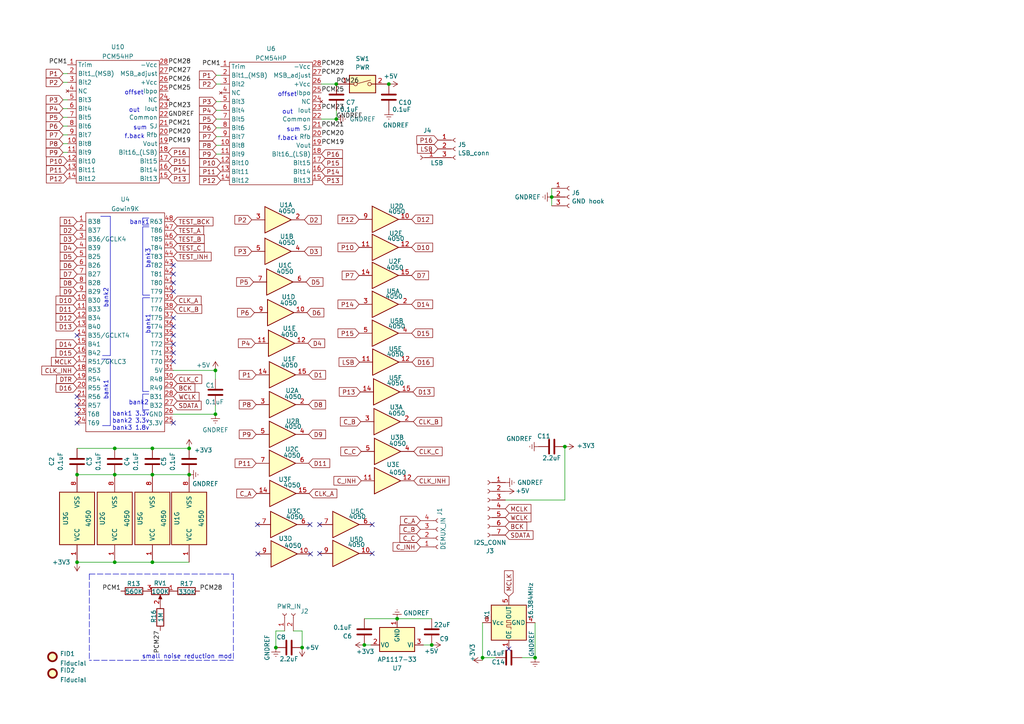
<source format=kicad_sch>
(kicad_sch (version 20250114) (generator "eeschema") (generator_version "9.0")
  (paper "A4")
  (title_block (title "MT32-DIT") (rev "0.3") (company "Victor A. Sergeev"))
  (lib_symbols
    (symbol "4xxx:4050" (pin_names (offset 1.016))
      (property "Reference" "U" (at 0 1.27 0))
      (property "Value" "4050" (at 0 -1.27 0))
      (symbol "4050_1_0"
        (pin input line (at -7.62 0 0) (length 3.81) (name "~") (number "3"))
        (pin output line (at 7.62 0 180) (length 3.81) (name "~") (number "2"))
      )
      (symbol "4050_2_0"
        (pin input line (at -7.62 0 0) (length 3.81) (name "~") (number "5"))
        (pin output line (at 7.62 0 180) (length 3.81) (name "~") (number "4"))
      )
      (symbol "4050_3_0"
        (pin input line (at -7.62 0 0) (length 3.81) (name "~") (number "7"))
        (pin output line (at 7.62 0 180) (length 3.81) (name "~") (number "6"))
      )
      (symbol "4050_4_0"
        (pin input line (at -7.62 0 0) (length 3.81) (name "~") (number "9"))
        (pin output line (at 7.62 0 180) (length 3.81) (name "~") (number "10"))
      )
      (symbol "4050_5_0"
        (pin input line (at -7.62 0 0) (length 3.81) (name "~") (number "11"))
        (pin output line (at 7.62 0 180) (length 3.81) (name "~") (number "12"))
      )
      (symbol "4050_6_0"
        (pin input line (at -7.62 0 0) (length 3.81) (name "~") (number "14"))
        (pin output line (at 7.62 0 180) (length 3.81) (name "~") (number "15"))
      )
      (symbol "4050_7_0"
        (pin power_in line (at 0 12.7 270) (length 5.08) (name "VCC") (number "1"))
        (pin power_in line (at 0 -12.7 90) (length 5.08) (name "VSS") (number "8"))
      )
    )
    (symbol "Connector:Conn_01x01_Socket" (pin_names (offset 1.016) (hide yes))
      (property "Reference" "J" (at 0 2.54 0))
      (property "Value" "Conn_01x01_Socket" (at 0 -2.54 0))
      (symbol "Conn_01x01_Socket_1_1"
        (pin passive line (at -5.08 0 0) (length 3.81) (name "Pin_1") (number "1"))
      )
    )
    (symbol "Connector:Conn_01x02_Female" (pin_names (offset 1.016) (hide yes))
      (property "Reference" "J" (at 0 2.54 0))
      (property "Value" "Conn_01x02_Female" (at 0 -5.08 0))
      (symbol "Conn_01x02_Female_1_1"
        (pin passive line (at -5.08 0 0) (length 3.81) (name "Pin_1") (number "1"))
        (pin passive line (at -5.08 -2.54 0) (length 3.81) (name "Pin_2") (number "2"))
      )
    )
    (symbol "Connector:Conn_01x03_Socket" (pin_names (offset 1.016) (hide yes))
      (property "Reference" "J" (at 0 5.08 0))
      (property "Value" "Conn_01x03_Socket" (at 0 -5.08 0))
      (symbol "Conn_01x03_Socket_1_1"
        (pin passive line (at -5.08 2.54 0) (length 3.81) (name "Pin_1") (number "1"))
        (pin passive line (at -5.08 0 0) (length 3.81) (name "Pin_2") (number "2"))
        (pin passive line (at -5.08 -2.54 0) (length 3.81) (name "Pin_3") (number "3"))
      )
    )
    (symbol "Connector:Conn_01x04_Female" (pin_names (offset 1.016) (hide yes))
      (property "Reference" "J" (at 0 5.08 0))
      (property "Value" "Conn_01x04_Female" (at 0 -7.62 0))
      (symbol "Conn_01x04_Female_1_1"
        (pin passive line (at -5.08 2.54 0) (length 3.81) (name "Pin_1") (number "1"))
        (pin passive line (at -5.08 0 0) (length 3.81) (name "Pin_2") (number "2"))
        (pin passive line (at -5.08 -2.54 0) (length 3.81) (name "Pin_3") (number "3"))
        (pin passive line (at -5.08 -5.08 0) (length 3.81) (name "Pin_4") (number "4"))
      )
    )
    (symbol "Connector:Conn_01x07_Socket" (pin_names (offset 1.016) (hide yes))
      (property "Reference" "J" (at 0 10.16 0))
      (property "Value" "Conn_01x07_Socket" (at 0 -10.16 0))
      (symbol "Conn_01x07_Socket_1_1"
        (pin passive line (at -5.08 7.62 0) (length 3.81) (name "Pin_1") (number "1"))
        (pin passive line (at -5.08 5.08 0) (length 3.81) (name "Pin_2") (number "2"))
        (pin passive line (at -5.08 2.54 0) (length 3.81) (name "Pin_3") (number "3"))
        (pin passive line (at -5.08 0 0) (length 3.81) (name "Pin_4") (number "4"))
        (pin passive line (at -5.08 -2.54 0) (length 3.81) (name "Pin_5") (number "5"))
        (pin passive line (at -5.08 -5.08 0) (length 3.81) (name "Pin_6") (number "6"))
        (pin passive line (at -5.08 -7.62 0) (length 3.81) (name "Pin_7") (number "7"))
      )
    )
    (symbol "Device:C" (pin_numbers (hide yes)) (pin_names (offset 0.254))
      (property "Reference" "C" (at 0.635 2.54 0))
      (property "Value" "C" (at 0.635 -2.54 0))
      (symbol "C_1_1"
        (pin passive line (at 0 3.81 270) (length 2.794) (name "~") (number "1"))
        (pin passive line (at 0 -3.81 90) (length 2.794) (name "~") (number "2"))
      )
    )
    (symbol "Device:R" (pin_numbers (hide yes)) (pin_names (offset 0))
      (property "Reference" "R" (at 2.032 0 90))
      (property "Value" "R" (at 0 0 90))
      (symbol "R_1_1"
        (pin passive line (at 0 3.81 270) (length 1.27) (name "~") (number "1"))
        (pin passive line (at 0 -3.81 90) (length 1.27) (name "~") (number "2"))
      )
    )
    (symbol "Device:R_Potentiometer" (pin_names (offset 1.016) (hide yes))
      (property "Reference" "RV" (at -4.445 0 90))
      (property "Value" "R_Potentiometer" (at -2.54 0 90))
      (symbol "R_Potentiometer_1_1"
        (pin passive line (at 0 3.81 270) (length 1.27) (name "1") (number "1"))
        (pin passive line (at 0 -3.81 90) (length 1.27) (name "3") (number "3"))
        (pin passive line (at 3.81 0 180) (length 1.27) (name "2") (number "2"))
      )
    )
    (symbol "GNDREF_1" (power) (pin_numbers (hide yes)) (pin_names (offset 0) (hide yes))
      (property "Value" "GNDREF" (at 0 -3.81 0))
      (symbol "GNDREF_1_1_1"
        (pin power_in line (at 0 0 270) (length 0) (name "~") (number "1"))
      )
    )
    (symbol "Mechanical:Fiducial"
      (property "Reference" "FID" (at 0 5.08 0))
      (property "Value" "Fiducial" (at 0 3.175 0))
    )
    (symbol "Oscillator:SG-531" (pin_names (offset 0.254))
      (property "Reference" "X" (at -5.08 6.35 0))
      (property "Value" "SG-531" (at 1.27 -6.35 0))
      (symbol "SG-531_1_1"
        (pin input line (at -7.62 0 0) (length 2.54) (name "OE") (number "1"))
        (pin power_in line (at 0 7.62 270) (length 2.54) (name "Vcc") (number "8"))
        (pin power_in line (at 0 -7.62 90) (length 2.54) (name "GND") (number "4"))
        (pin output line (at 7.62 0 180) (length 2.54) (name "OUT") (number "5"))
      )
    )
    (symbol "Regulator_Linear:AP1117-33" (pin_names (offset 0.254))
      (property "Reference" "U" (at -3.81 3.175 0))
      (property "Value" "AP1117-33" (at 0 3.175 0))
      (symbol "AP1117-33_1_1"
        (pin power_in line (at -7.62 0 0) (length 2.54) (name "VI") (number "3"))
        (pin power_in line (at 0 -7.62 90) (length 2.54) (name "GND") (number "1"))
        (pin power_out line (at 7.62 0 180) (length 2.54) (name "VO") (number "2"))
      )
    )
    (symbol "Switch:SW_DIP_x01" (pin_names (offset 0) (hide yes))
      (property "Reference" "SW" (at 0 3.81 0))
      (property "Value" "SW_DIP_x01" (at 0 -3.81 0))
      (symbol "SW_DIP_x01_1_1"
        (pin passive line (at -7.62 0 0) (length 5.08) (name "~") (number "1"))
        (pin passive line (at 7.62 0 180) (length 5.08) (name "~") (number "2"))
      )
    )
    (symbol "gowin:Gowin9K"
      (property "Reference" "U" (at 0 0 0))
      (property "Value" "Gowin9K" (at 0 39.37 0))
      (symbol "Gowin9K_1_1"
        (pin bidirectional line (at -13.97 38.1 0) (length 2.54) (name "B38") (number "1"))
        (pin bidirectional line (at -13.97 35.56 0) (length 2.54) (name "B37") (number "2"))
        (pin bidirectional line (at -13.97 33.02 0) (length 2.54) (name "B36/GCLK4") (number "3"))
        (pin bidirectional line (at -13.97 30.48 0) (length 2.54) (name "B39") (number "4"))
        (pin bidirectional line (at -13.97 27.94 0) (length 2.54) (name "B25") (number "5"))
        (pin bidirectional line (at -13.97 25.4 0) (length 2.54) (name "B26") (number "6"))
        (pin bidirectional line (at -13.97 22.86 0) (length 2.54) (name "B27") (number "7"))
        (pin bidirectional line (at -13.97 20.32 0) (length 2.54) (name "B28") (number "8"))
        (pin bidirectional line (at -13.97 17.78 0) (length 2.54) (name "B29") (number "9"))
        (pin bidirectional line (at -13.97 15.24 0) (length 2.54) (name "B30") (number "10"))
        (pin bidirectional line (at -13.97 12.7 0) (length 2.54) (name "B33") (number "11"))
        (pin bidirectional line (at -13.97 10.16 0) (length 2.54) (name "B34") (number "12"))
        (pin bidirectional line (at -13.97 7.62 0) (length 2.54) (name "B40") (number "13"))
        (pin bidirectional line (at -13.97 5.08 0) (length 2.54) (name "B35/GCLKT4") (number "14"))
        (pin bidirectional line (at -13.97 2.54 0) (length 2.54) (name "B41") (number "15"))
        (pin bidirectional line (at -13.97 0 0) (length 2.54) (name "B42") (number "16"))
        (pin bidirectional line (at -13.97 -2.54 0) (length 2.54) (name "R51/GKLC3") (number "17"))
        (pin bidirectional line (at -13.97 -5.08 0) (length 2.54) (name "R53") (number "18"))
        (pin bidirectional line (at -13.97 -7.62 0) (length 2.54) (name "R54") (number "19"))
        (pin bidirectional line (at -13.97 -10.16 0) (length 2.54) (name "R55") (number "20"))
        (pin bidirectional line (at -13.97 -12.7 0) (length 2.54) (name "R56") (number "21"))
        (pin bidirectional line (at -13.97 -15.24 0) (length 2.54) (name "R57") (number "22"))
        (pin bidirectional line (at -13.97 -17.78 0) (length 2.54) (name "T68") (number "23"))
        (pin bidirectional line (at -13.97 -20.32 0) (length 2.54) (name "T69") (number "24"))
        (pin bidirectional line (at 13.97 38.1 180) (length 2.54) (name "R63") (number "48"))
        (pin bidirectional line (at 13.97 35.56 180) (length 2.54) (name "T86") (number "47"))
        (pin bidirectional line (at 13.97 33.02 180) (length 2.54) (name "T85") (number "46"))
        (pin bidirectional line (at 13.97 30.48 180) (length 2.54) (name "T84") (number "45"))
        (pin bidirectional line (at 13.97 27.94 180) (length 2.54) (name "T83") (number "44"))
        (pin bidirectional line (at 13.97 25.4 180) (length 2.54) (name "T82") (number "43"))
        (pin bidirectional line (at 13.97 22.86 180) (length 2.54) (name "T81") (number "42"))
        (pin bidirectional line (at 13.97 20.32 180) (length 2.54) (name "T80") (number "41"))
        (pin bidirectional line (at 13.97 17.78 180) (length 2.54) (name "T79") (number "40"))
        (pin bidirectional line (at 13.97 15.24 180) (length 2.54) (name "T77") (number "39"))
        (pin bidirectional line (at 13.97 12.7 180) (length 2.54) (name "T76") (number "38"))
        (pin bidirectional line (at 13.97 10.16 180) (length 2.54) (name "T75") (number "37"))
        (pin bidirectional line (at 13.97 7.62 180) (length 2.54) (name "T74") (number "36"))
        (pin bidirectional line (at 13.97 5.08 180) (length 2.54) (name "T73") (number "35"))
        (pin bidirectional line (at 13.97 2.54 180) (length 2.54) (name "T72") (number "34"))
        (pin bidirectional line (at 13.97 0 180) (length 2.54) (name "T71") (number "33"))
        (pin bidirectional line (at 13.97 -2.54 180) (length 2.54) (name "T70") (number "32"))
        (pin power_in line (at 13.97 -5.08 180) (length 2.54) (name "5V") (number "31"))
        (pin bidirectional line (at 13.97 -7.62 180) (length 2.54) (name "R48") (number "30"))
        (pin bidirectional line (at 13.97 -10.16 180) (length 2.54) (name "R49") (number "29"))
        (pin bidirectional line (at 13.97 -12.7 180) (length 2.54) (name "B31") (number "28"))
        (pin bidirectional line (at 13.97 -15.24 180) (length 2.54) (name "B32") (number "27"))
        (pin power_in line (at 13.97 -17.78 180) (length 2.54) (name "GND") (number "26"))
        (pin power_in line (at 13.97 -20.32 180) (length 2.54) (name "3.3V") (number "25"))
      )
    )
    (symbol "pcm54hp:PCM54HP"
      (property "Reference" "U" (at 1.27 7.62 0))
      (property "Value" "PCM54HP" (at 1.27 20.32 0))
      (symbol "PCM54HP_1_1"
        (pin input line (at -12.7 17.78 0) (length 2.54) (name "Trim") (number "1"))
        (pin input line (at -12.7 15.24 0) (length 2.54) (name "Bit1_(MSB)") (number "2"))
        (pin input line (at -12.7 12.7 0) (length 2.54) (name "Bit2") (number "3"))
        (pin no_connect line (at -12.7 10.16 0) (length 2.54) (name "NC") (number "4"))
        (pin input line (at -12.7 7.62 0) (length 2.54) (name "Bit3") (number "5"))
        (pin input line (at -12.7 5.08 0) (length 2.54) (name "Bit4") (number "6"))
        (pin input line (at -12.7 2.54 0) (length 2.54) (name "Bit5") (number "7"))
        (pin input line (at -12.7 0 0) (length 2.54) (name "Bit6") (number "8"))
        (pin input line (at -12.7 -2.54 0) (length 2.54) (name "Bit7") (number "9"))
        (pin input line (at -12.7 -5.08 0) (length 2.54) (name "Bit8") (number "10"))
        (pin input line (at -12.7 -7.62 0) (length 2.54) (name "Bit9") (number "11"))
        (pin input line (at -12.7 -10.16 0) (length 2.54) (name "Bit10") (number "12"))
        (pin input line (at -12.7 -12.7 0) (length 2.54) (name "Bit11") (number "13"))
        (pin input line (at -12.7 -15.24 0) (length 2.54) (name "Bit12") (number "14"))
        (pin power_in line (at 16.51 17.78 180) (length 2.54) (name "-Vcc") (number "28"))
        (pin input line (at 16.51 15.24 180) (length 2.54) (name "MSB_adjust") (number "27"))
        (pin power_in line (at 16.51 12.7 180) (length 2.54) (name "+Vcc") (number "26"))
        (pin input line (at 16.51 10.16 180) (length 2.54) (name "Ibpo") (number "25"))
        (pin no_connect line (at 16.51 7.62 180) (length 2.54) (name "NC") (number "24"))
        (pin output line (at 16.51 5.08 180) (length 2.54) (name "Iout") (number "23"))
        (pin output line (at 16.51 2.54 180) (length 2.54) (name "Common") (number "22"))
        (pin output line (at 16.51 0 180) (length 2.54) (name "SJ") (number "21"))
        (pin output line (at 16.51 -2.54 180) (length 2.54) (name "Rfb") (number "20"))
        (pin output line (at 16.51 -5.08 180) (length 2.54) (name "Vout") (number "19"))
        (pin input line (at 16.51 -7.62 180) (length 2.54) (name "Bit16_(LSB)") (number "18"))
        (pin input line (at 16.51 -10.16 180) (length 2.54) (name "Bit15") (number "17"))
        (pin input line (at 16.51 -12.7 180) (length 2.54) (name "Bit14") (number "16"))
        (pin input line (at 16.51 -15.24 180) (length 2.54) (name "Bit13") (number "15"))
      )
    )
    (symbol "power:+3.3V" (power) (pin_names (offset 0))
      (property "Value" "+3.3V" (at 0 3.556 0))
      (symbol "+3.3V_1_1"
        (pin power_in line (at 0 0 90) (length 0) (hide yes) (name "+3V3") (number "1"))
      )
    )
    (symbol "power:+5V" (power) (pin_names (offset 0))
      (property "Value" "+5V" (at 0 3.556 0))
      (symbol "+5V_1_1"
        (pin power_in line (at 0 0 90) (length 0) (hide yes) (name "+5V") (number "1"))
      )
    )
    (symbol "power:GNDREF" (power) (pin_names (offset 0))
      (property "Value" "GNDREF" (at 0 -3.81 0))
      (symbol "GNDREF_1_1"
        (pin power_in line (at 0 0 270) (length 0) (hide yes) (name "GNDREF") (number "1"))
      )
    )
  )
  (text "sum" (at 38.608 37.846 0) (effects (font (size 1.27 1.27)) (justify left bottom)))
  (text "f.back" (at 36.068 40.386 0) (effects (font (size 1.27 1.27)) (justify left bottom)))
  (text "offset" (at 80.518 28.194 0) (effects (font (size 1.27 1.27)) (justify left bottom)))
  (text "out" (at 37.338 32.766 0) (effects (font (size 1.27 1.27)) (justify left bottom)))
  (text "out" (at 81.788 33.274 0) (effects (font (size 1.27 1.27)) (justify left bottom)))
  (text "bank3" (at 43.688 77.978 90) (effects (font (size 1.27 1.27)) (justify left bottom)))
  (text "bank2" (at 43.18 117.602 0) (effects (font (size 1.27 1.27)) (justify right bottom)))
  (text "small noise reduction mod\n" (at 41.148 191.262 0) (effects (font (size 1.27 1.27)) (justify left bottom)))
  (text "bank1 3.3v\nbank2 3.3v\nbank3 1.8v" (at 32.512 124.968 0) (effects (font (size 1.27 1.27)) (justify left bottom)))
  (text "bank1" (at 43.688 97.028 90) (effects (font (size 1.27 1.27)) (justify left bottom)))
  (text "offset" (at 36.068 27.686 0) (effects (font (size 1.27 1.27)) (justify left bottom)))
  (text "bank1" (at 43.434 65.278 0) (effects (font (size 1.27 1.27)) (justify right bottom)))
  (text "bank2" (at 31.496 89.408 90) (effects (font (size 1.27 1.27)) (justify left bottom)))
  (text "f.back" (at 80.518 40.894 0) (effects (font (size 1.27 1.27)) (justify left bottom)))
  (text "sum" (at 83.058 38.354 0) (effects (font (size 1.27 1.27)) (justify left bottom)))
  (text "bank1" (at 31.496 116.078 90) (effects (font (size 1.27 1.27)) (justify left bottom)))
  (junction (at 139.954 190.754))
  (junction (at 33.274 163.068))
  (junction (at 87.63 187.833))
  (junction (at 160.02 57.15))
  (junction (at 54.864 137.668))
  (junction (at 62.484 120.142))
  (junction (at 33.274 130.048))
  (junction (at 105.664 187.071))
  (junction (at 62.484 107.442))
  (junction (at 112.776 24.384))
  (junction (at 155.194 190.754))
  (junction (at 163.83 129.54))
  (junction (at 115.189 179.451))
  (junction (at 97.5614 34.544))
  (junction (at 44.196 137.668))
  (junction (at 22.352 137.668))
  (junction (at 125.222 187.071))
  (junction (at 22.352 163.068))
  (junction (at 54.864 130.048))
  (junction (at 80.01 187.833))
  (junction (at 33.274 137.668))
  (junction (at 44.196 130.048))
  (junction (at 97.536 24.384))
  (junction (at 44.196 163.068))
  (no_connect (at 50.292 76.962))
  (no_connect (at 50.292 84.582))
  (no_connect (at 50.292 82.042))
  (no_connect (at 50.292 79.502))
  (no_connect (at 147.574 188.214))
  (no_connect (at 50.292 122.682))
  (no_connect (at 22.352 97.282))
  (no_connect (at 90.043 160.655))
  (no_connect (at 74.803 160.655))
  (no_connect (at 107.95 152.146))
  (no_connect (at 92.71 160.528))
  (no_connect (at 107.95 160.528))
  (no_connect (at 92.71 152.146))
  (no_connect (at 50.292 92.202))
  (no_connect (at 50.292 94.742))
  (no_connect (at 50.292 97.282))
  (no_connect (at 50.292 104.902))
  (no_connect (at 50.292 99.822))
  (no_connect (at 50.292 102.362))
  (no_connect (at 22.352 115.062))
  (no_connect (at 22.352 117.602))
  (no_connect (at 22.352 120.142))
  (no_connect (at 22.352 122.682))
  (no_connect (at 74.676 152.146))
  (no_connect (at 89.916 152.146))
  (wire (pts (xy 97.536 24.384) (xy 97.5868 24.384)))
  (wire (pts (xy 33.274 137.668) (xy 44.196 137.668)))
  (wire (pts (xy 18.288 44.196) (xy 19.558 44.196)))
  (wire (pts (xy 18.288 39.116) (xy 19.558 39.116)))
  (polyline (pts (xy 43.18 114.3) (xy 41.402 114.3)))
  (wire (pts (xy 62.738 37.084) (xy 64.008 37.084)))
  (wire (pts (xy 18.288 34.036) (xy 19.558 34.036)))
  (polyline (pts (xy 32.004 62.738) (xy 32.004 103.124)))
  (wire (pts (xy 151.384 190.754) (xy 155.194 190.754)))
  (polyline (pts (xy 25.908 166.497) (xy 67.691 166.497)) (stroke (width 0) (type dash)))
  (polyline (pts (xy 41.402 86.36) (xy 41.402 113.538)))
  (wire (pts (xy 87.63 183.007) (xy 87.63 187.833)))
  (wire (pts (xy 18.288 28.956) (xy 19.558 28.956)))
  (polyline (pts (xy 41.402 65.786) (xy 41.402 85.598)))
  (wire (pts (xy 18.288 36.576) (xy 19.558 36.576)))
  (wire (pts (xy 50.292 107.442) (xy 62.484 107.442)))
  (polyline (pts (xy 41.402 113.538) (xy 43.18 113.538)))
  (wire (pts (xy 18.288 23.876) (xy 19.558 23.876)))
  (wire (pts (xy 80.01 183.007) (xy 80.01 187.833)))
  (wire (pts (xy 22.352 137.668) (xy 33.274 137.668)))
  (wire (pts (xy 97.5868 34.544) (xy 97.5614 34.544)))
  (wire (pts (xy 62.738 42.164) (xy 64.008 42.164)))
  (polyline (pts (xy 29.718 103.124) (xy 32.004 103.124)))
  (wire (pts (xy 97.5614 34.544) (xy 93.218 34.544)))
  (polyline (pts (xy 29.21 62.738) (xy 32.004 62.738)))
  (wire (pts (xy 115.189 179.451) (xy 105.664 179.451)))
  (wire (pts (xy 82.55 183.007) (xy 80.01 183.007)))
  (wire (pts (xy 139.954 190.754) (xy 139.954 191.516)))
  (wire (pts (xy 62.738 29.464) (xy 64.008 29.464)))
  (polyline (pts (xy 43.18 65.786) (xy 41.402 65.786)))
  (polyline (pts (xy 41.402 114.3) (xy 41.402 118.872)))
  (wire (pts (xy 163.83 145.034) (xy 163.83 129.54)))
  (wire (pts (xy 18.288 31.496) (xy 19.558 31.496)))
  (wire (pts (xy 62.738 24.384) (xy 64.008 24.384)))
  (polyline (pts (xy 32.004 104.14) (xy 32.004 123.444)))
  (wire (pts (xy 160.02 54.61) (xy 160.02 57.15)))
  (wire (pts (xy 139.954 190.754) (xy 143.764 190.754)))
  (wire (pts (xy 33.274 130.048) (xy 44.196 130.048)))
  (wire (pts (xy 62.738 44.704) (xy 64.008 44.704)))
  (wire (pts (xy 85.09 183.007) (xy 87.63 183.007)))
  (wire (pts (xy 146.558 145.034) (xy 163.83 145.034)))
  (polyline (pts (xy 25.908 166.497) (xy 25.908 191.516)) (stroke (width 0) (type dash)))
  (wire (pts (xy 22.352 130.048) (xy 33.274 130.048)))
  (polyline (pts (xy 43.18 63.246) (xy 41.402 63.246)))
  (wire (pts (xy 62.738 39.624) (xy 64.008 39.624)))
  (wire (pts (xy 139.954 180.594) (xy 139.954 190.754)))
  (polyline (pts (xy 43.434 86.36) (xy 41.402 86.36)))
  (wire (pts (xy 107.569 187.071) (xy 105.664 187.071)))
  (wire (pts (xy 97.5868 32.004) (xy 97.5868 34.544)))
  (wire (pts (xy 115.189 179.451) (xy 125.222 179.451)))
  (polyline (pts (xy 67.691 191.516) (xy 25.908 191.516)) (stroke (width 0) (type dash)))
  (polyline (pts (xy 67.691 166.497) (xy 67.691 191.516)) (stroke (width 0) (type dash)))
  (polyline (pts (xy 41.402 65.278) (xy 43.18 65.278)))
  (wire (pts (xy 44.196 137.668) (xy 54.864 137.668)))
  (wire (pts (xy 62.484 117.602) (xy 62.484 120.142)))
  (wire (pts (xy 18.288 41.656) (xy 19.558 41.656)))
  (wire (pts (xy 62.738 34.544) (xy 64.008 34.544)))
  (polyline (pts (xy 29.718 123.444) (xy 32.004 123.444)))
  (wire (pts (xy 50.292 120.142) (xy 62.484 120.142)))
  (polyline (pts (xy 29.464 104.14) (xy 32.004 104.14)))
  (wire (pts (xy 18.288 21.336) (xy 19.558 21.336)))
  (wire (pts (xy 44.196 130.048) (xy 54.864 130.048)))
  (wire (pts (xy 93.218 24.384) (xy 97.536 24.384)))
  (wire (pts (xy 44.196 163.068) (xy 54.864 163.068)))
  (wire (pts (xy 62.738 32.004) (xy 64.008 32.004)))
  (wire (pts (xy 62.738 21.844) (xy 64.008 21.844)))
  (wire (pts (xy 160.02 57.15) (xy 160.02 59.69)))
  (polyline (pts (xy 41.402 118.872) (xy 43.18 118.872)))
  (wire (pts (xy 33.274 163.068) (xy 44.196 163.068)))
  (wire (pts (xy 62.484 107.442) (xy 62.484 109.982)))
  (polyline (pts (xy 41.402 85.598) (xy 43.434 85.598)))
  (polyline (pts (xy 41.402 63.246) (xy 41.402 65.278)))
  (wire (pts (xy 125.222 187.071) (xy 122.809 187.071)))
  (wire (pts (xy 155.194 190.754) (xy 155.194 180.594)))
  (wire (pts (xy 22.352 163.068) (xy 33.274 163.068)))
  (label "PCM27" (at 93.218 21.844 0))
  (label "PCM23" (at 93.218 32.004 0))
  (label "PCM20" (at 48.768 39.116 0))
  (label "PCM25" (at 48.768 26.416 0))
  (label "PCM26" (at 97.536 24.384 0))
  (label "PCM26" (at 48.768 23.876 0))
  (label "PCM27" (at 48.768 21.336 0))
  (label "PCM27" (at 46.482 182.88 270))
  (label "PCM1" (at 64.008 19.304 180))
  (label "PCM1" (at 19.558 18.796 180))
  (label "PCM19" (at 93.218 42.164 0))
  (label "PCM23" (at 48.768 31.496 0))
  (label "GNDREF" (at 97.536 34.544 0))
  (label "PCM1" (at 35.052 171.45 180))
  (label "PCM28" (at 93.218 19.304 0))
  (label "PCM21" (at 48.768 36.576 0))
  (label "PCM28" (at 57.912 171.45 0))
  (label "PCM25" (at 93.218 26.924 0))
  (label "PCM20" (at 93.218 39.624 0))
  (label "PCM19" (at 48.768 41.656 0))
  (label "GNDREF" (at 48.768 34.036 0))
  (label "PCM21" (at 93.218 37.084 0))
  (label "PCM28" (at 48.768 18.796 0))
  (global_label "CLK_B" (shape input) (at 50.292 89.662 0) (property "Intersheetrefs" "${INTERSHEET_REFS}" (effects (hide yes))))
  (global_label "P13" (shape input) (at 104.521 113.665 180) (property "Intersheetrefs" "${INTERSHEET_REFS}" (effects (hide yes))))
  (global_label "P7" (shape input) (at 104.14 79.883 180) (property "Intersheetrefs" "${INTERSHEET_REFS}" (effects (hide yes))))
  (global_label "CLK_B" (shape input) (at 119.888 122.301 0) (property "Intersheetrefs" "${INTERSHEET_REFS}" (effects (hide yes))))
  (global_label "P9" (shape input) (at 62.738 44.704 180) (property "Intersheetrefs" "${INTERSHEET_REFS}" (effects (hide yes))))
  (global_label "CLK_A" (shape input) (at 89.662 143.129 0) (property "Intersheetrefs" "${INTERSHEET_REFS}" (effects (hide yes))))
  (global_label "MCLK" (shape input) (at 147.574 172.974 90) (property "Intersheetrefs" "${INTERSHEET_REFS}" (effects (hide yes))))
  (global_label "D6" (shape input) (at 22.352 76.962 180) (property "Intersheetrefs" "${INTERSHEET_REFS}" (effects (hide yes))))
  (global_label "D9" (shape input) (at 89.535 125.984 0) (property "Intersheetrefs" "${INTERSHEET_REFS}" (effects (hide yes))))
  (global_label "D1" (shape input) (at 89.535 108.712 0) (property "Intersheetrefs" "${INTERSHEET_REFS}" (effects (hide yes))))
  (global_label "SDATA" (shape input) (at 50.292 117.602 0) (property "Intersheetrefs" "${INTERSHEET_REFS}" (effects (hide yes))))
  (global_label "D2" (shape input) (at 88.265 63.754 0) (property "Intersheetrefs" "${INTERSHEET_REFS}" (effects (hide yes))))
  (global_label "D5" (shape input) (at 88.773 81.788 0) (property "Intersheetrefs" "${INTERSHEET_REFS}" (effects (hide yes))))
  (global_label "D10" (shape input) (at 22.352 87.122 180) (property "Intersheetrefs" "${INTERSHEET_REFS}" (effects (hide yes))))
  (global_label "P1" (shape input) (at 74.295 108.712 180) (property "Intersheetrefs" "${INTERSHEET_REFS}" (effects (hide yes))))
  (global_label "BCK" (shape input) (at 50.292 112.522 0) (property "Intersheetrefs" "${INTERSHEET_REFS}" (effects (hide yes))))
  (global_label "P2" (shape input) (at 62.738 24.384 180) (property "Intersheetrefs" "${INTERSHEET_REFS}" (effects (hide yes))))
  (global_label "D2" (shape input) (at 22.352 66.802 180) (property "Intersheetrefs" "${INTERSHEET_REFS}" (effects (hide yes))))
  (global_label "P1" (shape input) (at 18.288 21.336 180) (property "Intersheetrefs" "${INTERSHEET_REFS}" (effects (hide yes))))
  (global_label "D13" (shape input) (at 119.761 113.665 0) (property "Intersheetrefs" "${INTERSHEET_REFS}" (effects (hide yes))))
  (global_label "D8" (shape input) (at 22.352 82.042 180) (property "Intersheetrefs" "${INTERSHEET_REFS}" (effects (hide yes))))
  (global_label "TEST_C" (shape input) (at 50.292 71.882 0) (property "Intersheetrefs" "${INTERSHEET_REFS}" (effects (hide yes))))
  (global_label "D1" (shape input) (at 22.352 64.262 180) (property "Intersheetrefs" "${INTERSHEET_REFS}" (effects (hide yes))))
  (global_label "SDATA" (shape input) (at 146.558 155.194 0) (property "Intersheetrefs" "${INTERSHEET_REFS}" (effects (hide yes))))
  (global_label "D14" (shape input) (at 22.352 99.822 180) (property "Intersheetrefs" "${INTERSHEET_REFS}" (effects (hide yes))))
  (global_label "P9" (shape input) (at 18.288 44.196 180) (property "Intersheetrefs" "${INTERSHEET_REFS}" (effects (hide yes))))
  (global_label "P14" (shape input) (at 93.218 49.784 0) (property "Intersheetrefs" "${INTERSHEET_REFS}" (effects (hide yes))))
  (global_label "P5" (shape input) (at 73.533 81.788 180) (property "Intersheetrefs" "${INTERSHEET_REFS}" (effects (hide yes))))
  (global_label "C_B" (shape input) (at 104.648 122.301 180) (property "Intersheetrefs" "${INTERSHEET_REFS}" (effects (hide yes))))
  (global_label "P3" (shape input) (at 62.738 29.464 180) (property "Intersheetrefs" "${INTERSHEET_REFS}" (effects (hide yes))))
  (global_label "BCK" (shape input) (at 146.558 152.654 0) (property "Intersheetrefs" "${INTERSHEET_REFS}" (effects (hide yes))))
  (global_label "D8" (shape input) (at 89.535 117.348 0) (property "Intersheetrefs" "${INTERSHEET_REFS}" (effects (hide yes))))
  (global_label "P16" (shape input) (at 48.768 44.196 0) (property "Intersheetrefs" "${INTERSHEET_REFS}" (effects (hide yes))))
  (global_label "C_A" (shape input) (at 74.422 143.129 180) (property "Intersheetrefs" "${INTERSHEET_REFS}" (effects (hide yes))))
  (global_label "D5" (shape input) (at 22.352 74.422 180) (property "Intersheetrefs" "${INTERSHEET_REFS}" (effects (hide yes))))
  (global_label "WCLK" (shape input) (at 50.292 115.062 0) (property "Intersheetrefs" "${INTERSHEET_REFS}" (effects (hide yes))))
  (global_label "D11" (shape input) (at 89.535 134.366 0) (property "Intersheetrefs" "${INTERSHEET_REFS}" (effects (hide yes))))
  (global_label "D11" (shape input) (at 22.352 89.662 180) (property "Intersheetrefs" "${INTERSHEET_REFS}" (effects (hide yes))))
  (global_label "P3" (shape input) (at 18.288 28.956 180) (property "Intersheetrefs" "${INTERSHEET_REFS}" (effects (hide yes))))
  (global_label "C_INH" (shape input) (at 121.92 158.623 180) (property "Intersheetrefs" "${INTERSHEET_REFS}" (effects (hide yes))))
  (global_label "C_INH" (shape input) (at 104.775 139.446 180) (property "Intersheetrefs" "${INTERSHEET_REFS}" (effects (hide yes))))
  (global_label "P16" (shape input) (at 93.218 44.704 0) (property "Intersheetrefs" "${INTERSHEET_REFS}" (effects (hide yes))))
  (global_label "P7" (shape input) (at 62.738 39.624 180) (property "Intersheetrefs" "${INTERSHEET_REFS}" (effects (hide yes))))
  (global_label "P16" (shape input) (at 127 40.64 180) (property "Intersheetrefs" "${INTERSHEET_REFS}" (effects (hide yes))))
  (global_label "P8" (shape input) (at 18.288 41.656 180) (property "Intersheetrefs" "${INTERSHEET_REFS}" (effects (hide yes))))
  (global_label "P10" (shape input) (at 19.558 46.736 180) (property "Intersheetrefs" "${INTERSHEET_REFS}" (effects (hide yes))))
  (global_label "P7" (shape input) (at 18.288 39.116 180) (property "Intersheetrefs" "${INTERSHEET_REFS}" (effects (hide yes))))
  (global_label "P3" (shape input) (at 73.025 72.898 180) (property "Intersheetrefs" "${INTERSHEET_REFS}" (effects (hide yes))))
  (global_label "MCLK" (shape input) (at 22.352 104.902 180) (property "Intersheetrefs" "${INTERSHEET_REFS}" (effects (hide yes))))
  (global_label "D3" (shape input) (at 22.352 69.342 180) (property "Intersheetrefs" "${INTERSHEET_REFS}" (effects (hide yes))))
  (global_label "P10" (shape input) (at 64.008 47.244 180) (property "Intersheetrefs" "${INTERSHEET_REFS}" (effects (hide yes))))
  (global_label "P2" (shape input) (at 73.025 63.754 180) (property "Intersheetrefs" "${INTERSHEET_REFS}" (effects (hide yes))))
  (global_label "TEST_INH" (shape input) (at 50.292 74.422 0) (property "Intersheetrefs" "${INTERSHEET_REFS}" (effects (hide yes))))
  (global_label "P11" (shape input) (at 74.295 134.366 180) (property "Intersheetrefs" "${INTERSHEET_REFS}" (effects (hide yes))))
  (global_label "P13" (shape input) (at 48.768 51.816 0) (property "Intersheetrefs" "${INTERSHEET_REFS}" (effects (hide yes))))
  (global_label "D3" (shape input) (at 88.265 72.898 0) (property "Intersheetrefs" "${INTERSHEET_REFS}" (effects (hide yes))))
  (global_label "D15" (shape input) (at 119.38 96.647 0) (property "Intersheetrefs" "${INTERSHEET_REFS}" (effects (hide yes))))
  (global_label "WCLK" (shape input) (at 146.558 150.114 0) (property "Intersheetrefs" "${INTERSHEET_REFS}" (effects (hide yes))))
  (global_label "D10" (shape input) (at 119.38 71.755 0) (property "Intersheetrefs" "${INTERSHEET_REFS}" (effects (hide yes))))
  (global_label "P4" (shape input) (at 74.041 99.568 180) (property "Intersheetrefs" "${INTERSHEET_REFS}" (effects (hide yes))))
  (global_label "P15" (shape input) (at 48.768 46.736 0) (property "Intersheetrefs" "${INTERSHEET_REFS}" (effects (hide yes))))
  (global_label "D6" (shape input) (at 89.027 90.678 0) (property "Intersheetrefs" "${INTERSHEET_REFS}" (effects (hide yes))))
  (global_label "C_C" (shape input) (at 104.775 130.937 180) (property "Intersheetrefs" "${INTERSHEET_REFS}" (effects (hide yes))))
  (global_label "TEST_B" (shape input) (at 50.292 69.342 0) (property "Intersheetrefs" "${INTERSHEET_REFS}" (effects (hide yes))))
  (global_label "LSB" (shape input) (at 127 43.18 180) (property "Intersheetrefs" "${INTERSHEET_REFS}" (effects (hide yes))))
  (global_label "P1" (shape input) (at 62.738 21.844 180) (property "Intersheetrefs" "${INTERSHEET_REFS}" (effects (hide yes))))
  (global_label "D16" (shape input) (at 22.352 112.522 180) (property "Intersheetrefs" "${INTERSHEET_REFS}" (effects (hide yes))))
  (global_label "D4" (shape input) (at 22.352 71.882 180) (property "Intersheetrefs" "${INTERSHEET_REFS}" (effects (hide yes))))
  (global_label "D7" (shape input) (at 119.38 79.883 0) (property "Intersheetrefs" "${INTERSHEET_REFS}" (effects (hide yes))))
  (global_label "P4" (shape input) (at 62.738 32.004 180) (property "Intersheetrefs" "${INTERSHEET_REFS}" (effects (hide yes))))
  (global_label "P15" (shape input) (at 93.218 47.244 0) (property "Intersheetrefs" "${INTERSHEET_REFS}" (effects (hide yes))))
  (global_label "P10" (shape input) (at 104.14 71.755 180) (property "Intersheetrefs" "${INTERSHEET_REFS}" (effects (hide yes))))
  (global_label "P5" (shape input) (at 62.738 34.544 180) (property "Intersheetrefs" "${INTERSHEET_REFS}" (effects (hide yes))))
  (global_label "P5" (shape input) (at 18.288 34.036 180) (property "Intersheetrefs" "${INTERSHEET_REFS}" (effects (hide yes))))
  (global_label "P14" (shape input) (at 104.14 88.265 180) (property "Intersheetrefs" "${INTERSHEET_REFS}" (effects (hide yes))))
  (global_label "P8" (shape input) (at 62.738 42.164 180) (property "Intersheetrefs" "${INTERSHEET_REFS}" (effects (hide yes))))
  (global_label "P8" (shape input) (at 74.295 117.348 180) (property "Intersheetrefs" "${INTERSHEET_REFS}" (effects (hide yes))))
  (global_label "D13" (shape input) (at 22.352 94.742 180) (property "Intersheetrefs" "${INTERSHEET_REFS}" (effects (hide yes))))
  (global_label "CLK_C" (shape input) (at 120.015 130.937 0) (property "Intersheetrefs" "${INTERSHEET_REFS}" (effects (hide yes))))
  (global_label "D15" (shape input) (at 22.352 102.362 180) (property "Intersheetrefs" "${INTERSHEET_REFS}" (effects (hide yes))))
  (global_label "C_B" (shape input) (at 121.92 153.543 180) (property "Intersheetrefs" "${INTERSHEET_REFS}" (effects (hide yes))))
  (global_label "D12" (shape input) (at 22.352 92.202 180) (property "Intersheetrefs" "${INTERSHEET_REFS}" (effects (hide yes))))
  (global_label "P12" (shape input) (at 104.14 63.627 180) (property "Intersheetrefs" "${INTERSHEET_REFS}" (effects (hide yes))))
  (global_label "P9" (shape input) (at 74.295 125.984 180) (property "Intersheetrefs" "${INTERSHEET_REFS}" (effects (hide yes))))
  (global_label "C_A" (shape input) (at 121.92 151.003 180) (property "Intersheetrefs" "${INTERSHEET_REFS}" (effects (hide yes))))
  (global_label "P6" (shape input) (at 73.787 90.678 180) (property "Intersheetrefs" "${INTERSHEET_REFS}" (effects (hide yes))))
  (global_label "CLK_INH" (shape input) (at 22.352 107.442 180) (property "Intersheetrefs" "${INTERSHEET_REFS}" (effects (hide yes))))
  (global_label "P13" (shape input) (at 93.218 52.324 0) (property "Intersheetrefs" "${INTERSHEET_REFS}" (effects (hide yes))))
  (global_label "D16" (shape input) (at 119.507 105.029 0) (property "Intersheetrefs" "${INTERSHEET_REFS}" (effects (hide yes))))
  (global_label "P11" (shape input) (at 19.558 49.276 180) (property "Intersheetrefs" "${INTERSHEET_REFS}" (effects (hide yes))))
  (global_label "P6" (shape input) (at 62.738 37.084 180) (property "Intersheetrefs" "${INTERSHEET_REFS}" (effects (hide yes))))
  (global_label "P14" (shape input) (at 48.768 49.276 0) (property "Intersheetrefs" "${INTERSHEET_REFS}" (effects (hide yes))))
  (global_label "D7" (shape input) (at 22.352 79.502 180) (property "Intersheetrefs" "${INTERSHEET_REFS}" (effects (hide yes))))
  (global_label "CLK_C" (shape input) (at 50.292 109.982 0) (property "Intersheetrefs" "${INTERSHEET_REFS}" (effects (hide yes))))
  (global_label "P12" (shape input) (at 19.558 51.816 180) (property "Intersheetrefs" "${INTERSHEET_REFS}" (effects (hide yes))))
  (global_label "P12" (shape input) (at 64.008 52.324 180) (property "Intersheetrefs" "${INTERSHEET_REFS}" (effects (hide yes))))
  (global_label "P11" (shape input) (at 64.008 49.784 180) (property "Intersheetrefs" "${INTERSHEET_REFS}" (effects (hide yes))))
  (global_label "D9" (shape input) (at 22.352 84.582 180) (property "Intersheetrefs" "${INTERSHEET_REFS}" (effects (hide yes))))
  (global_label "D14" (shape input) (at 119.38 88.265 0) (property "Intersheetrefs" "${INTERSHEET_REFS}" (effects (hide yes))))
  (global_label "TEST_BCK" (shape input) (at 50.292 64.262 0) (property "Intersheetrefs" "${INTERSHEET_REFS}" (effects (hide yes))))
  (global_label "P15" (shape input) (at 104.14 96.647 180) (property "Intersheetrefs" "${INTERSHEET_REFS}" (effects (hide yes))))
  (global_label "P6" (shape input) (at 18.288 36.576 180) (property "Intersheetrefs" "${INTERSHEET_REFS}" (effects (hide yes))))
  (global_label "P4" (shape input) (at 18.288 31.496 180) (property "Intersheetrefs" "${INTERSHEET_REFS}" (effects (hide yes))))
  (global_label "D12" (shape input) (at 119.38 63.627 0) (property "Intersheetrefs" "${INTERSHEET_REFS}" (effects (hide yes))))
  (global_label "CLK_A" (shape input) (at 50.292 87.122 0) (property "Intersheetrefs" "${INTERSHEET_REFS}" (effects (hide yes))))
  (global_label "TEST_A" (shape input) (at 50.292 66.802 0) (property "Intersheetrefs" "${INTERSHEET_REFS}" (effects (hide yes))))
  (global_label "CLK_INH" (shape input) (at 120.015 139.446 0) (property "Intersheetrefs" "${INTERSHEET_REFS}" (effects (hide yes))))
  (global_label "D4" (shape input) (at 89.281 99.568 0) (property "Intersheetrefs" "${INTERSHEET_REFS}" (effects (hide yes))))
  (global_label "LSB" (shape input) (at 104.267 105.029 180) (property "Intersheetrefs" "${INTERSHEET_REFS}" (effects (hide yes))))
  (global_label "DTR" (shape input) (at 22.352 109.982 180) (property "Intersheetrefs" "${INTERSHEET_REFS}" (effects (hide yes))))
  (global_label "MCLK" (shape input) (at 146.558 147.574 0) (property "Intersheetrefs" "${INTERSHEET_REFS}" (effects (hide yes))))
  (global_label "P2" (shape input) (at 18.288 23.876 180) (property "Intersheetrefs" "${INTERSHEET_REFS}" (effects (hide yes))))
  (global_label "C_C" (shape input) (at 121.92 156.083 180) (property "Intersheetrefs" "${INTERSHEET_REFS}" (effects (hide yes))))
  (symbol (lib_id "Connector:Conn_01x04_Female") (at 127 156.083 0) (mirror x) (unit 1)
    (property "Reference" "J1" (at 127.508 147.193 90) (effects (justify left)))
    (property "Value" "DEMUX_IN" (at 128.524 149.987 90) (effects (justify left)))
    (property "Footprint" "Connector_PinHeader_2.54mm:PinHeader_1x04_P2.54mm_Vertical" (effects (hide yes)))
  )
  (symbol (lib_id "4xxx:4050") (at 81.915 125.984 0) (unit 2)
    (property "Reference" "U2" (at 84.963 122.174 0))
    (property "Value" "4050" (at 84.963 123.698 0))
    (property "Footprint" "Package_SO:SO-16_3.9x9.9mm_P1.27mm" (effects (hide yes)))
    (property "Datasheet" "http://www.intersil.com/content/dam/intersil/documents/cd40/cd4050bms.pdf" (effects (hide yes)))
  )
  (symbol (lib_id "power:GNDREF") (at 54.864 137.668 90) (unit 1)
    (property "Reference" "#PWR04" (effects (hide yes)))
    (property "Value" "GNDREF" (at 55.753 140.335 90) (effects (justify right)))
  )
  (symbol (lib_id "Device:R") (at 46.482 179.07 0) (unit 1)
    (property "Reference" "R16" (at 44.577 180.721 90) (effects (justify left)))
    (property "Value" "1M" (at 46.609 180.467 90) (effects (justify left)))
    (property "Footprint" "Resistor_SMD:R_0402_1005Metric_Pad0.72x0.64mm_HandSolder" (effects (hide yes)))
  )
  (symbol (lib_id "4xxx:4050") (at 112.395 139.446 0) (unit 5)
    (property "Reference" "U3" (at 114.046 134.747 0))
    (property "Value" "4050" (at 115.316 137.033 0))
    (property "Footprint" "Package_SO:SO-16_3.9x9.9mm_P1.27mm" (effects (hide yes)))
    (property "Datasheet" "http://www.intersil.com/content/dam/intersil/documents/cd40/cd4050bms.pdf" (effects (hide yes)))
  )
  (symbol (lib_id "4xxx:4050") (at 111.76 79.883 0) (unit 6)
    (property "Reference" "U2" (at 114.554 75.819 0))
    (property "Value" "4050" (at 114.554 77.597 0))
    (property "Footprint" "Package_SO:SO-16_3.9x9.9mm_P1.27mm" (effects (hide yes)))
    (property "Datasheet" "http://www.intersil.com/content/dam/intersil/documents/cd40/cd4050bms.pdf" (effects (hide yes)))
  )
  (symbol (lib_id "4xxx:4050") (at 44.196 150.368 180) (unit 7)
    (property "Reference" "U5" (at 40.64 150.368 90))
    (property "Value" "4050" (at 47.498 150.368 90))
    (property "Footprint" "Package_SO:SO-16_3.9x9.9mm_P1.27mm" (effects (hide yes)))
    (property "Datasheet" "http://www.intersil.com/content/dam/intersil/documents/cd40/cd4050bms.pdf" (effects (hide yes)))
  )
  (symbol (lib_id "Connector:Conn_01x01_Socket") (at 121.92 45.72 180) (unit 1)
    (property "Reference" "J4" (at 123.952 37.846 0))
    (property "Value" "LSB" (at 126.746 47.244 0))
    (property "Footprint" "Connector_PinHeader_2.54mm:PinHeader_1x01_P2.54mm_Vertical" (effects (hide yes)))
    (property "Description" "Generic connector, single row, 01x01, script generated" (effects (hide yes)))
  )
  (symbol (lib_id "Connector:Conn_01x03_Socket") (at 165.1 57.15 0) (unit 1)
    (property "Reference" "J6" (at 165.8112 55.9378 0) (effects (justify left)))
    (property "Value" "GND hook" (at 165.8112 58.3621 0) (effects (justify left)))
    (property "Footprint" "Connector_PinHeader_2.54mm:PinHeader_1x03_P2.54mm_Vertical" (effects (hide yes)))
    (property "Description" "Generic connector, single row, 01x03, script generated" (effects (hide yes)))
  )
  (symbol (lib_id "Regulator_Linear:AP1117-33") (at 115.189 187.071 180) (unit 1)
    (property "Reference" "U7" (at 115.189 193.802 0))
    (property "Value" "AP1117-33" (at 115.189 191.262 0))
    (property "Footprint" "Package_TO_SOT_SMD:SOT-223-3_TabPin2" (effects (hide yes)))
    (property "Datasheet" "http://www.diodes.com/datasheets/AP1117.pdf" (effects (hide yes)))
  )
  (symbol (lib_id "Device:C") (at 22.352 133.858 0) (unit 1)
    (property "Reference" "C2" (at 14.986 133.858 90))
    (property "Value" "0.1uF" (at 17.526 133.858 90))
    (property "Footprint" "Capacitor_SMD:C_0402_1005Metric_Pad0.74x0.62mm_HandSolder" (effects (hide yes)))
  )
  (symbol (lib_id "Device:C") (at 105.664 183.261 180) (unit 1)
    (property "Reference" "C6" (at 102.108 184.5311 0) (effects (justify left)))
    (property "Value" "0.1uF" (at 102.108 181.9911 0) (effects (justify left)))
    (property "Footprint" "Capacitor_SMD:C_0402_1005Metric_Pad0.74x0.62mm_HandSolder" (effects (hide yes)))
  )
  (symbol (lib_id "Mechanical:Fiducial") (at 15.24 195.326 0) (unit 1)
    (property "Reference" "FID2" (at 17.399 194.4175 0) (effects (justify left)))
    (property "Value" "Fiducial" (at 17.399 197.1926 0) (effects (justify left)))
    (property "Footprint" "Fiducial:Fiducial_0.5mm_Mask1mm" (effects (hide yes)))
  )
  (symbol (lib_id "power:GNDREF") (at 146.558 139.954 90) (unit 1)
    (property "Reference" "#PWR014" (effects (hide yes)))
    (property "Value" "GNDREF" (at 153.797 139.954 90))
  )
  (symbol (lib_id "gowin:Gowin9K") (at 36.322 102.362 0) (unit 1)
    (property "Reference" "U4" (at 36.322 57.8063 0))
    (property "Value" "Gowin9K" (at 36.322 60.5814 0))
    (property "Footprint" "tangnano:DIP-48_W15.24mm_Socket" (effects (hide yes)))
  )
  (symbol (lib_id "power:GNDREF") (at 155.194 190.754 0) (unit 1)
    (property "Reference" "#PWR022" (effects (hide yes)))
    (property "Value" "GNDREF" (at 154.178 186.69 90))
  )
  (symbol (lib_name "GNDREF_1") (lib_id "power:GNDREF") (at 160.02 57.15 270) (unit 1)
    (property "Reference" "#PWR017" (effects (hide yes)))
    (property "Value" "GNDREF" (at 156.8451 57.15 90) (effects (justify right)))
    (property "Description" "Power symbol creates a global label with name \"GNDREF\" , reference supply ground" (effects (hide yes)))
  )
  (symbol (lib_id "4xxx:4050") (at 111.76 96.647 0) (unit 2)
    (property "Reference" "U5" (at 115.062 93.091 0))
    (property "Value" "4050" (at 115.062 94.615 0))
    (property "Footprint" "Package_SO:SO-16_3.9x9.9mm_P1.27mm" (effects (hide yes)))
    (property "Datasheet" "http://www.intersil.com/content/dam/intersil/documents/cd40/cd4050bms.pdf" (effects (hide yes)))
  )
  (symbol (lib_id "Device:C") (at 112.776 28.194 0) (unit 1)
    (property "Reference" "C10" (at 115.5192 29.718 0) (effects (justify left)))
    (property "Value" "0.1uF" (at 113.7412 31.75 0) (effects (justify left)))
    (property "Footprint" "Capacitor_SMD:C_0402_1005Metric_Pad0.74x0.62mm_HandSolder" (effects (hide yes)))
  )
  (symbol (lib_id "power:+5V") (at 112.776 24.384 270) (unit 1)
    (property "Reference" "#PWR012" (effects (hide yes)))
    (property "Value" "+5V" (at 111.252 22.098 90) (effects (justify left)))
  )
  (symbol (lib_id "4xxx:4050") (at 22.352 150.368 180) (unit 7)
    (property "Reference" "U3" (at 19.05 150.368 90))
    (property "Value" "4050" (at 25.654 150.368 90))
    (property "Footprint" "Package_SO:SO-16_3.9x9.9mm_P1.27mm" (effects (hide yes)))
    (property "Datasheet" "http://www.intersil.com/content/dam/intersil/documents/cd40/cd4050bms.pdf" (effects (hide yes)))
  )
  (symbol (lib_id "4xxx:4050") (at 82.296 152.146 0) (unit 3)
    (property "Reference" "U3" (at 85.2932 148.2598 0))
    (property "Value" "4050" (at 85.4202 149.9108 0))
    (property "Footprint" "Package_SO:SO-16_3.9x9.9mm_P1.27mm" (effects (hide yes)))
    (property "Datasheet" "http://www.intersil.com/content/dam/intersil/documents/cd40/cd4050bms.pdf" (effects (hide yes)))
  )
  (symbol (lib_id "power:GNDREF") (at 80.01 187.833 0) (unit 1)
    (property "Reference" "#PWR010" (effects (hide yes)))
    (property "Value" "GNDREF" (at 77.47 187.833 90))
  )
  (symbol (lib_id "4xxx:4050") (at 112.395 130.937 0) (unit 2)
    (property "Reference" "U3" (at 115.189 126.873 0))
    (property "Value" "4050" (at 115.316 128.651 0))
    (property "Footprint" "Package_SO:SO-16_3.9x9.9mm_P1.27mm" (effects (hide yes)))
    (property "Datasheet" "http://www.intersil.com/content/dam/intersil/documents/cd40/cd4050bms.pdf" (effects (hide yes)))
  )
  (symbol (lib_id "4xxx:4050") (at 33.274 150.368 180) (unit 7)
    (property "Reference" "U2" (at 29.718 150.368 90))
    (property "Value" "4050" (at 36.83 150.368 90))
    (property "Footprint" "Package_SO:SO-16_3.9x9.9mm_P1.27mm" (effects (hide yes)))
    (property "Datasheet" "http://www.intersil.com/content/dam/intersil/documents/cd40/cd4050bms.pdf" (effects (hide yes)))
  )
  (symbol (lib_id "Device:C") (at 83.82 187.833 90) (unit 1)
    (property "Reference" "C8" (at 81.534 184.785 90))
    (property "Value" "2.2uF" (at 83.82 191.135 90))
    (property "Footprint" "Capacitor_SMD:C_0603_1608Metric_Pad1.08x0.95mm_HandSolder" (effects (hide yes)))
  )
  (symbol (lib_id "power:GNDREF") (at 97.5614 34.544 90) (unit 1)
    (property "Reference" "#PWR07" (effects (hide yes)))
    (property "Value" "GNDREF" (at 101.3714 34.544 90) (effects (justify right)))
  )
  (symbol (lib_id "power:+3.3V") (at 54.864 130.048 0) (unit 1)
    (property "Reference" "#PWR05" (effects (hide yes)))
    (property "Value" "+3V3" (at 61.595 130.556 0) (effects (justify right)))
  )
  (symbol (lib_id "4xxx:4050") (at 81.915 117.348 0) (unit 1)
    (property "Reference" "U2" (at 84.709 113.284 0))
    (property "Value" "4050" (at 84.963 115.062 0))
    (property "Footprint" "Package_SO:SO-16_3.9x9.9mm_P1.27mm" (effects (hide yes)))
    (property "Datasheet" "http://www.intersil.com/content/dam/intersil/documents/cd40/cd4050bms.pdf" (effects (hide yes)))
  )
  (symbol (lib_id "power:+5V") (at 125.222 187.071 270) (unit 1)
    (property "Reference" "#PWR011" (effects (hide yes)))
    (property "Value" "+5V" (at 127.127 188.849 90) (effects (justify right)))
  )
  (symbol (lib_id "4xxx:4050") (at 111.76 88.265 0) (unit 1)
    (property "Reference" "U5" (at 114.046 84.455 0))
    (property "Value" "4050" (at 114.3 85.979 0))
    (property "Footprint" "Package_SO:SO-16_3.9x9.9mm_P1.27mm" (effects (hide yes)))
    (property "Datasheet" "http://www.intersil.com/content/dam/intersil/documents/cd40/cd4050bms.pdf" (effects (hide yes)))
  )
  (symbol (lib_id "Device:C") (at 160.02 129.54 90) (unit 1)
    (property "Reference" "C11" (at 157.734 126.492 90))
    (property "Value" "2.2uF" (at 160.02 132.842 90))
    (property "Footprint" "Capacitor_SMD:C_0603_1608Metric_Pad1.08x0.95mm_HandSolder" (effects (hide yes)))
  )
  (symbol (lib_id "4xxx:4050") (at 111.887 105.029 0) (unit 5)
    (property "Reference" "U5" (at 114.681 101.219 0))
    (property "Value" "4050" (at 114.681 102.743 0))
    (property "Footprint" "Package_SO:SO-16_3.9x9.9mm_P1.27mm" (effects (hide yes)))
    (property "Datasheet" "http://www.intersil.com/content/dam/intersil/documents/cd40/cd4050bms.pdf" (effects (hide yes)))
  )
  (symbol (lib_id "power:GNDREF") (at 62.484 120.142 0) (unit 1)
    (property "Reference" "#PWR02" (effects (hide yes)))
    (property "Value" "GNDREF" (at 62.484 124.7045 0))
  )
  (symbol (lib_id "4xxx:4050") (at 81.153 81.788 0) (unit 3)
    (property "Reference" "U1" (at 82.677 76.962 0))
    (property "Value" "4050" (at 82.677 78.74 0))
    (property "Footprint" "Package_SO:SO-16_3.9x9.9mm_P1.27mm" (effects (hide yes)))
    (property "Datasheet" "http://www.intersil.com/content/dam/intersil/documents/cd40/cd4050bms.pdf" (effects (hide yes)))
  )
  (symbol (lib_id "Connector:Conn_01x07_Socket") (at 141.478 147.574 0) (mirror y) (unit 1)
    (property "Reference" "J3" (at 142.113 159.7955 0))
    (property "Value" "I2S_CONN" (at 142.113 157.3713 0))
    (property "Footprint" "Connector_PinHeader_2.54mm:PinHeader_1x07_P2.54mm_Vertical" (effects (hide yes)))
  )
  (symbol (lib_id "4xxx:4050") (at 82.423 160.655 0) (unit 4)
    (property "Reference" "U3" (at 82.804 156.21 0))
    (property "Value" "4050" (at 84.963 158.242 0))
    (property "Footprint" "Package_SO:SO-16_3.9x9.9mm_P1.27mm" (effects (hide yes)))
    (property "Datasheet" "http://www.intersil.com/content/dam/intersil/documents/cd40/cd4050bms.pdf" (effects (hide yes)))
  )
  (symbol (lib_id "Device:R") (at 54.102 171.45 90) (unit 1)
    (property "Reference" "R17" (at 54.102 169.291 90))
    (property "Value" "330K" (at 54.229 171.704 90))
    (property "Footprint" "Resistor_SMD:R_0402_1005Metric_Pad0.72x0.64mm_HandSolder" (effects (hide yes)))
  )
  (symbol (lib_id "4xxx:4050") (at 81.661 99.568 0) (unit 5)
    (property "Reference" "U1" (at 83.947 95.25 0))
    (property "Value" "4050" (at 83.947 97.028 0))
    (property "Footprint" "Package_SO:SO-16_3.9x9.9mm_P1.27mm" (effects (hide yes)))
    (property "Datasheet" "http://www.intersil.com/content/dam/intersil/documents/cd40/cd4050bms.pdf" (effects (hide yes)))
  )
  (symbol (lib_id "4xxx:4050") (at 111.76 63.627 0) (unit 4)
    (property "Reference" "U2" (at 115.062 59.817 0))
    (property "Value" "4050" (at 115.062 61.341 0))
    (property "Footprint" "Package_SO:SO-16_3.9x9.9mm_P1.27mm" (effects (hide yes)))
    (property "Datasheet" "http://www.intersil.com/content/dam/intersil/documents/cd40/cd4050bms.pdf" (effects (hide yes)))
  )
  (symbol (lib_id "power:+3.3V") (at 22.352 163.068 180) (unit 1)
    (property "Reference" "#PWR03" (effects (hide yes)))
    (property "Value" "+3V3" (at 15.113 163.068 0) (effects (justify right)))
  )
  (symbol (lib_id "pcm54hp:PCM54HP") (at 76.708 37.084 0) (unit 1)
    (property "Reference" "U6" (at 78.613 14.1183 0))
    (property "Value" "PCM54HP" (at 78.613 16.8934 0))
    (property "Footprint" "pe65612nl:PCM54" (effects (hide yes)))
  )
  (symbol (lib_id "power:+5V") (at 146.558 142.494 270) (unit 1)
    (property "Reference" "#PWR015" (effects (hide yes)))
    (property "Value" "+5V" (at 149.479 142.367 90) (effects (justify left)))
  )
  (symbol (lib_id "4xxx:4050") (at 81.915 134.366 0) (unit 3)
    (property "Reference" "U2" (at 84.709 130.302 0))
    (property "Value" "4050" (at 84.709 132.08 0))
    (property "Footprint" "Package_SO:SO-16_3.9x9.9mm_P1.27mm" (effects (hide yes)))
    (property "Datasheet" "http://www.intersil.com/content/dam/intersil/documents/cd40/cd4050bms.pdf" (effects (hide yes)))
  )
  (symbol (lib_id "Device:R_Potentiometer") (at 46.482 171.45 270) (unit 1)
    (property "Reference" "RV1" (at 46.482 169.164 90))
    (property "Value" "100K" (at 46.482 171.577 90))
    (property "Footprint" "Potentiometer_THT:Potentiometer_Piher_PT-6-H_Horizontal" (effects (hide yes)))
  )
  (symbol (lib_id "Oscillator:SG-531") (at 147.574 180.594 90) (unit 1)
    (property "Reference" "X1" (at 141.224 178.308 0))
    (property "Value" "16.384MHz" (at 153.924 174.244 0))
    (property "Footprint" "Oscillator:Oscillator_DIP-8" (effects (hide yes)))
    (property "Datasheet" "https://support.epson.biz/td/api/doc_check.php?mode=dl&lang=en&Parts=SG-51P" (effects (hide yes)))
  )
  (symbol (lib_id "4xxx:4050") (at 82.042 143.129 0) (unit 6)
    (property "Reference" "U3" (at 82.677 139.065 0))
    (property "Value" "4050" (at 84.709 140.716 0))
    (property "Footprint" "Package_SO:SO-16_3.9x9.9mm_P1.27mm" (effects (hide yes)))
    (property "Datasheet" "http://www.intersil.com/content/dam/intersil/documents/cd40/cd4050bms.pdf" (effects (hide yes)))
  )
  (symbol (lib_id "power:+3.3V") (at 105.664 187.071 90) (unit 1)
    (property "Reference" "#PWR06" (effects (hide yes)))
    (property "Value" "+3V3" (at 108.585 188.976 90) (effects (justify left)))
  )
  (symbol (lib_id "power:+3.3V") (at 139.954 191.516 90) (unit 1)
    (property "Reference" "#PWR021" (effects (hide yes)))
    (property "Value" "+3V3" (at 137.033 186.6646 0) (effects (justify right)))
  )
  (symbol (lib_id "4xxx:4050") (at 80.645 63.754 0) (unit 1)
    (property "Reference" "U1" (at 82.931 59.436 0))
    (property "Value" "4050" (at 83.185 61.214 0))
    (property "Footprint" "Package_SO:SO-16_3.9x9.9mm_P1.27mm" (effects (hide yes)))
    (property "Datasheet" "http://www.intersil.com/content/dam/intersil/documents/cd40/cd4050bms.pdf" (effects (hide yes)))
  )
  (symbol (lib_id "4xxx:4050") (at 111.76 71.755 0) (unit 5)
    (property "Reference" "U2" (at 114.808 67.691 0))
    (property "Value" "4050" (at 114.808 69.215 0))
    (property "Footprint" "Package_SO:SO-16_3.9x9.9mm_P1.27mm" (effects (hide yes)))
    (property "Datasheet" "http://www.intersil.com/content/dam/intersil/documents/cd40/cd4050bms.pdf" (effects (hide yes)))
  )
  (symbol (lib_id "Device:C") (at 54.864 133.858 0) (unit 1)
    (property "Reference" "C5" (at 47.498 133.858 90))
    (property "Value" "0.1uF" (at 50.038 133.858 90))
    (property "Footprint" "Capacitor_SMD:C_0402_1005Metric_Pad0.74x0.62mm_HandSolder" (effects (hide yes)))
  )
  (symbol (lib_id "Switch:SW_DIP_x01") (at 105.156 24.384 0) (unit 1)
    (property "Reference" "SW1" (at 105.156 17.018 0))
    (property "Value" "PWR" (at 105.156 19.558 0))
    (property "Footprint" "Button_Switch_THT:SW_DIP_SPSTx01_Slide_6.7x4.1mm_W7.62mm_P2.54mm_LowProfile" (effects (hide yes)))
  )
  (symbol (lib_id "power:+3.3V") (at 163.83 129.54 270) (unit 1)
    (property "Reference" "#PWR016" (effects (hide yes)))
    (property "Value" "+3V3" (at 167.259 129.286 90) (effects (justify left)))
  )
  (symbol (lib_id "Mechanical:Fiducial") (at 15.2146 190.5254 0) (unit 1)
    (property "Reference" "FID1" (at 17.3736 189.6169 0) (effects (justify left)))
    (property "Value" "Fiducial" (at 17.3736 192.392 0) (effects (justify left)))
    (property "Footprint" "Fiducial:Fiducial_0.5mm_Mask1mm" (effects (hide yes)))
  )
  (symbol (lib_id "4xxx:4050") (at 112.268 122.301 0) (unit 1)
    (property "Reference" "U3" (at 114.935 118.11 0))
    (property "Value" "4050" (at 115.062 119.888 0))
    (property "Footprint" "Package_SO:SO-16_3.9x9.9mm_P1.27mm" (effects (hide yes)))
    (property "Datasheet" "http://www.intersil.com/content/dam/intersil/documents/cd40/cd4050bms.pdf" (effects (hide yes)))
  )
  (symbol (lib_id "pcm54hp:PCM54HP") (at 32.258 36.576 0) (unit 1)
    (property "Reference" "U10" (at 34.163 13.6103 0))
    (property "Value" "PCM54HP" (at 34.163 16.3854 0))
    (property "Footprint" "pe65612nl:PCM54" (effects (hide yes)))
  )
  (symbol (lib_id "Connector:Conn_01x02_Female") (at 82.55 177.927 90) (unit 1)
    (property "Reference" "J2" (at 87.122 177.2919 90) (effects (justify right)))
    (property "Value" "PWR_IN" (at 80.264 175.895 90) (effects (justify right)))
    (property "Footprint" "Connector_PinHeader_2.54mm:PinHeader_1x02_P2.54mm_Vertical" (effects (hide yes)))
  )
  (symbol (lib_id "Device:C") (at 147.574 190.754 270) (unit 1)
    (property "Reference" "C14" (at 144.526 192.024 90))
    (property "Value" "0.1uF" (at 143.764 189.484 90))
    (property "Footprint" "Capacitor_SMD:C_0402_1005Metric_Pad0.74x0.62mm_HandSolder" (effects (hide yes)))
  )
  (symbol (lib_id "Device:C") (at 33.274 133.858 0) (unit 1)
    (property "Reference" "C3" (at 25.908 133.858 90))
    (property "Value" "0.1uF" (at 28.448 133.858 90))
    (property "Footprint" "Capacitor_SMD:C_0402_1005Metric_Pad0.74x0.62mm_HandSolder" (effects (hide yes)))
  )
  (symbol (lib_id "power:GNDREF") (at 112.776 32.004 0) (unit 1)
    (property "Reference" "#PWR013" (effects (hide yes)))
    (property "Value" "GNDREF" (at 118.618 36.322 0) (effects (justify right)))
  )
  (symbol (lib_id "Device:C") (at 62.484 113.792 180) (unit 1)
    (property "Reference" "C1" (at 60.96 111.76 0))
    (property "Value" "0.1uF" (at 62.23 116.586 0))
    (property "Footprint" "Capacitor_SMD:C_0402_1005Metric_Pad0.74x0.62mm_HandSolder" (effects (hide yes)))
  )
  (symbol (lib_id "4xxx:4050") (at 81.915 108.712 0) (unit 6)
    (property "Reference" "U1" (at 83.947 104.14 0))
    (property "Value" "4050" (at 83.947 105.918 0))
    (property "Footprint" "Package_SO:SO-16_3.9x9.9mm_P1.27mm" (effects (hide yes)))
    (property "Datasheet" "http://www.intersil.com/content/dam/intersil/documents/cd40/cd4050bms.pdf" (effects (hide yes)))
  )
  (symbol (lib_id "power:GNDREF") (at 115.189 179.451 180) (unit 1)
    (property "Reference" "#PWR08" (effects (hide yes)))
    (property "Value" "GNDREF" (at 120.777 177.8 0))
  )
  (symbol (lib_id "Device:C") (at 97.5868 28.194 0) (unit 1)
    (property "Reference" "C7" (at 100.33 29.718 0) (effects (justify left)))
    (property "Value" "0.1uF" (at 98.552 31.75 0) (effects (justify left)))
    (property "Footprint" "Capacitor_SMD:C_0402_1005Metric_Pad0.74x0.62mm_HandSolder" (effects (hide yes)))
  )
  (symbol (lib_id "4xxx:4050") (at 100.33 160.528 0) (unit 4)
    (property "Reference" "U5" (at 103.378 156.464 0))
    (property "Value" "4050" (at 103.378 157.988 0))
    (property "Footprint" "Package_SO:SO-16_3.9x9.9mm_P1.27mm" (effects (hide yes)))
    (property "Datasheet" "http://www.intersil.com/content/dam/intersil/documents/cd40/cd4050bms.pdf" (effects (hide yes)))
  )
  (symbol (lib_id "4xxx:4050") (at 80.645 72.898 0) (unit 2)
    (property "Reference" "U1" (at 83.185 68.58 0))
    (property "Value" "4050" (at 83.185 70.358 0))
    (property "Footprint" "Package_SO:SO-16_3.9x9.9mm_P1.27mm" (effects (hide yes)))
    (property "Datasheet" "http://www.intersil.com/content/dam/intersil/documents/cd40/cd4050bms.pdf" (effects (hide yes)))
  )
  (symbol (lib_id "4xxx:4050") (at 81.407 90.678 0) (unit 4)
    (property "Reference" "U1" (at 83.693 86.106 0))
    (property "Value" "4050" (at 83.693 87.884 0))
    (property "Footprint" "Package_SO:SO-16_3.9x9.9mm_P1.27mm" (effects (hide yes)))
    (property "Datasheet" "http://www.intersil.com/content/dam/intersil/documents/cd40/cd4050bms.pdf" (effects (hide yes)))
  )
  (symbol (lib_id "Connector:Conn_01x03_Socket") (at 132.08 43.18 0) (unit 1)
    (property "Reference" "J5" (at 132.7912 41.9678 0) (effects (justify left)))
    (property "Value" "LSB_conn" (at 132.7912 44.3921 0) (effects (justify left)))
    (property "Footprint" "Connector_PinHeader_2.54mm:PinHeader_1x03_P2.54mm_Vertical" (effects (hide yes)))
    (property "Description" "Generic connector, single row, 01x03, script generated" (effects (hide yes)))
  )
  (symbol (lib_id "power:GNDREF") (at 156.21 129.54 270) (unit 1)
    (property "Reference" "#PWR018" (effects (hide yes)))
    (property "Value" "GNDREF" (at 150.622 127.254 90))
  )
  (symbol (lib_id "power:+5V") (at 87.63 187.833 180) (unit 1)
    (property "Reference" "#PWR09" (effects (hide yes)))
    (property "Value" "+5V" (at 88.392 187.833 0) (effects (justify right)))
  )
  (symbol (lib_id "4xxx:4050") (at 54.864 150.368 180) (unit 7)
    (property "Reference" "U1" (at 51.308 150.368 90))
    (property "Value" "4050" (at 58.42 150.368 90))
    (property "Footprint" "Package_SO:SO-16_3.9x9.9mm_P1.27mm" (effects (hide yes)))
    (property "Datasheet" "http://www.intersil.com/content/dam/intersil/documents/cd40/cd4050bms.pdf" (effects (hide yes)))
  )
  (symbol (lib_id "power:+5V") (at 62.484 107.442 0) (unit 1)
    (property "Reference" "#PWR01" (effects (hide yes)))
    (property "Value" "+5V" (at 56.896 105.918 0) (effects (justify left)))
  )
  (symbol (lib_id "4xxx:4050") (at 112.141 113.665 0) (unit 6)
    (property "Reference" "U5" (at 114.681 109.601 0))
    (property "Value" "4050" (at 114.681 111.125 0))
    (property "Footprint" "Package_SO:SO-16_3.9x9.9mm_P1.27mm" (effects (hide yes)))
    (property "Datasheet" "http://www.intersil.com/content/dam/intersil/documents/cd40/cd4050bms.pdf" (effects (hide yes)))
  )
  (symbol (lib_id "4xxx:4050") (at 100.33 152.146 0) (unit 3)
    (property "Reference" "U5" (at 103.632 148.336 0))
    (property "Value" "4050" (at 103.632 149.86 0))
    (property "Footprint" "Package_SO:SO-16_3.9x9.9mm_P1.27mm" (effects (hide yes)))
    (property "Datasheet" "http://www.intersil.com/content/dam/intersil/documents/cd40/cd4050bms.pdf" (effects (hide yes)))
  )
  (symbol (lib_id "Device:R") (at 38.862 171.45 90) (unit 1)
    (property "Reference" "R13" (at 38.735 169.291 90))
    (property "Value" "560K" (at 38.862 171.577 90))
    (property "Footprint" "Resistor_SMD:R_0402_1005Metric_Pad0.72x0.64mm_HandSolder" (effects (hide yes)))
  )
  (symbol (lib_id "Device:C") (at 44.196 133.858 0) (unit 1)
    (property "Reference" "C4" (at 36.83 133.858 90))
    (property "Value" "0.1uF" (at 39.37 133.858 90))
    (property "Footprint" "Capacitor_SMD:C_0402_1005Metric_Pad0.74x0.62mm_HandSolder" (effects (hide yes)))
  )
  (symbol (lib_id "Device:C") (at 125.222 183.261 180) (unit 1)
    (property "Reference" "C9" (at 130.175 185.293 0) (effects (justify left)))
    (property "Value" "22uF" (at 130.683 181.229 0) (effects (justify left)))
    (property "Footprint" "Capacitor_Tantalum_SMD:CP_EIA-7343-43_Kemet-X_Pad2.25x2.55mm_HandSolder" (effects (hide yes)))
  )
)
</source>
